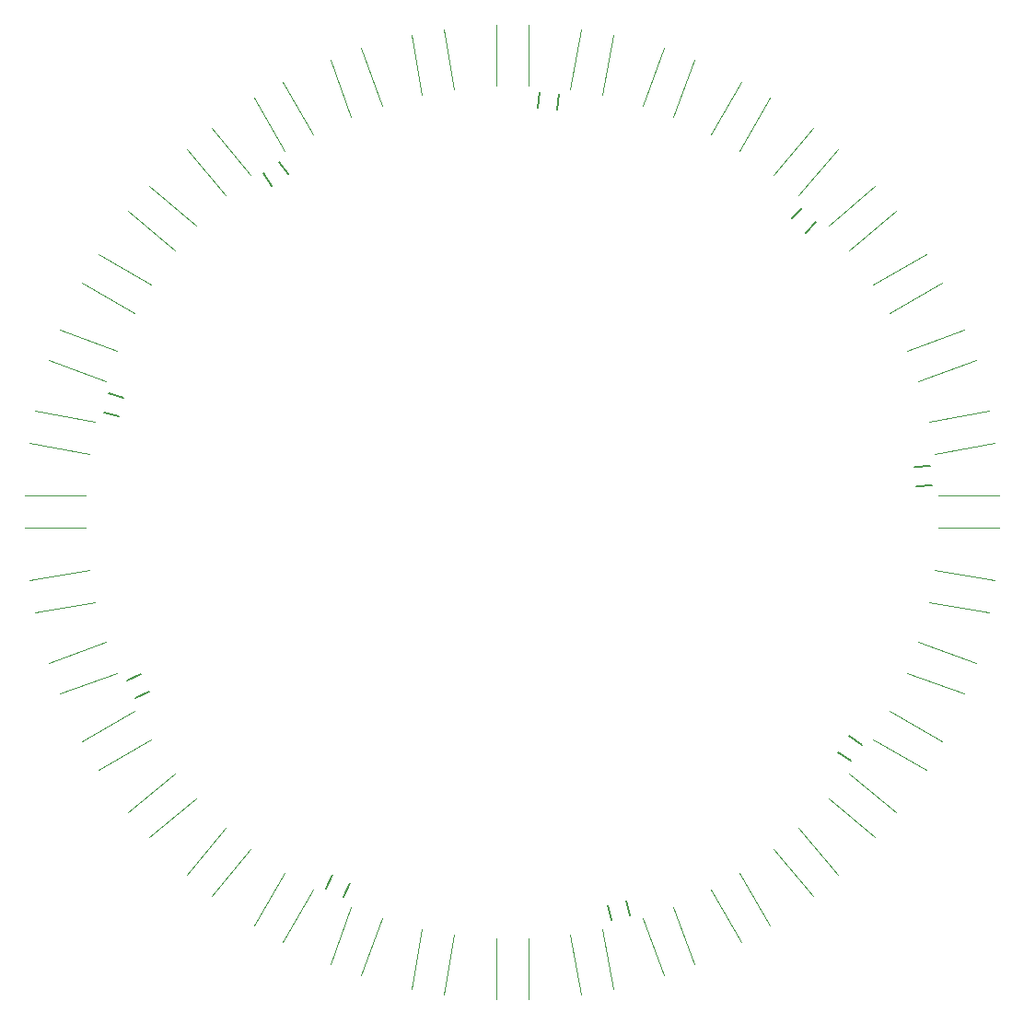
<source format=gto>
G04*
G04 #@! TF.GenerationSoftware,Altium Limited,Altium Designer,19.1.7 (138)*
G04*
G04 Layer_Color=65535*
%FSLAX25Y25*%
%MOIN*%
G70*
G01*
G75*
%ADD10C,0.00787*%
%ADD11C,0.00394*%
D10*
X101167Y106097D02*
X105065Y109994D01*
X106178Y101086D02*
X110076Y104983D01*
X145696Y16246D02*
X151187Y16726D01*
X146314Y9186D02*
X151805Y9666D01*
X122052Y-81207D02*
X126567Y-84368D01*
X117988Y-87012D02*
X122503Y-90173D01*
X41299Y-140662D02*
X42726Y-145986D01*
X34454Y-142496D02*
X35880Y-147820D01*
X-147790Y35991D02*
X-142466Y34565D01*
X-145956Y42837D02*
X-140632Y41410D01*
X-61108Y-139295D02*
X-58779Y-134300D01*
X-67531Y-136300D02*
X-65201Y-131305D01*
X-136349Y-67427D02*
X-131353Y-65097D01*
X-139344Y-61004D02*
X-134348Y-58675D01*
X-90079Y122569D02*
X-86917Y118054D01*
X-84274Y126634D02*
X-81112Y122118D01*
X16361Y145686D02*
X16841Y151177D01*
X9301Y146304D02*
X9781Y151795D01*
D11*
X-167761Y-54777D02*
X-147043Y-47236D01*
X-163721Y-65876D02*
X-143004Y-58335D01*
X-5907Y154331D02*
X-5907Y176379D01*
X5904Y176379D02*
X5904Y154331D01*
X-36445Y172673D02*
X-32617Y150961D01*
X-24814Y174724D02*
X-20985Y153012D01*
X-65876Y163722D02*
X-58335Y143004D01*
X-54777Y167761D02*
X-47236Y147043D01*
X-93305Y149795D02*
X-82282Y130701D01*
X-83076Y155701D02*
X-72053Y136607D01*
X-117899Y131317D02*
X-103727Y114428D01*
X-108851Y138909D02*
X-94679Y122020D01*
X-138911Y108849D02*
X-122022Y94677D01*
X-131319Y117897D02*
X-114430Y103725D01*
X-155702Y83074D02*
X-136609Y72050D01*
X-149796Y93302D02*
X-130703Y82279D01*
X-167762Y54774D02*
X-147045Y47234D01*
X-163723Y65873D02*
X-143005Y58332D01*
X-174725Y24810D02*
X-153013Y20982D01*
X-172674Y36442D02*
X-150961Y32614D01*
X154331Y5907D02*
X176379D01*
X154331Y-5904D02*
X176379Y-5904D01*
X150961Y32617D02*
X172673Y36445D01*
X153012Y20985D02*
X174724Y24814D01*
X143004Y58335D02*
X163722Y65876D01*
X147043Y47236D02*
X167761Y54777D01*
X130701Y82282D02*
X149795Y93305D01*
X136607Y72053D02*
X155701Y83076D01*
X114428Y103727D02*
X131317Y117899D01*
X122020Y94679D02*
X138909Y108851D01*
X94677Y122022D02*
X108849Y138911D01*
X103725Y114430D02*
X117897Y131319D01*
X72050Y136609D02*
X83074Y155702D01*
X82279Y130703D02*
X93302Y149796D01*
X47234Y147045D02*
X54774Y167762D01*
X58332Y143005D02*
X65873Y163723D01*
X20982Y153013D02*
X24810Y174725D01*
X32614Y150961D02*
X36442Y172674D01*
X5907Y-176379D02*
X5907Y-154331D01*
X-5904Y-154331D02*
X-5904Y-176379D01*
X32617Y-150961D02*
X36445Y-172673D01*
X20985Y-153012D02*
X24814Y-174724D01*
X58335Y-143004D02*
X65876Y-163721D01*
X47236Y-147043D02*
X54777Y-167761D01*
X82282Y-130701D02*
X93305Y-149795D01*
X72053Y-136607D02*
X83076Y-155701D01*
X103727Y-114428D02*
X117899Y-131317D01*
X94679Y-122020D02*
X108851Y-138909D01*
X122022Y-94677D02*
X138911Y-108849D01*
X114430Y-103725D02*
X131319Y-117897D01*
X136609Y-72050D02*
X155702Y-83074D01*
X130703Y-82279D02*
X149796Y-93302D01*
X147044Y-47234D02*
X167762Y-54774D01*
X143005Y-58332D02*
X163723Y-65873D01*
X153013Y-20982D02*
X174725Y-24810D01*
X150961Y-32614D02*
X172674Y-36442D01*
X-24810Y-174725D02*
X-20982Y-153013D01*
X-36442Y-172674D02*
X-32614Y-150961D01*
X-54774Y-167762D02*
X-47234Y-147044D01*
X-65873Y-163723D02*
X-58332Y-143005D01*
X-83074Y-155702D02*
X-72050Y-136609D01*
X-93302Y-149796D02*
X-82279Y-130703D01*
X-108849Y-138911D02*
X-94677Y-122022D01*
X-117897Y-131319D02*
X-103725Y-114430D01*
X-131317Y-117899D02*
X-114428Y-103727D01*
X-138909Y-108851D02*
X-122020Y-94679D01*
X-149795Y-93305D02*
X-130701Y-82281D01*
X-155701Y-83076D02*
X-136607Y-72053D01*
X-172673Y-36445D02*
X-150961Y-32617D01*
X-174724Y-24814D02*
X-153012Y-20985D01*
X-176379Y-5907D02*
X-154331D01*
X-176379Y5904D02*
X-154331D01*
M02*

</source>
